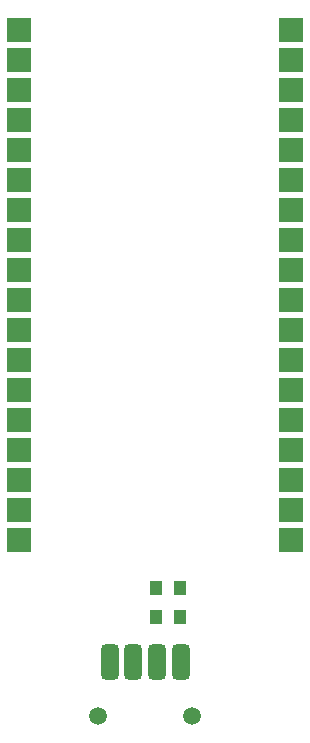
<source format=gbr>
%TF.GenerationSoftware,KiCad,Pcbnew,7.0.5*%
%TF.CreationDate,2023-06-16T14:54:11+02:00*%
%TF.ProjectId,carte_interface_connecteur_grove_pour_capteur,63617274-655f-4696-9e74-657266616365,rev?*%
%TF.SameCoordinates,Original*%
%TF.FileFunction,Soldermask,Bot*%
%TF.FilePolarity,Negative*%
%FSLAX46Y46*%
G04 Gerber Fmt 4.6, Leading zero omitted, Abs format (unit mm)*
G04 Created by KiCad (PCBNEW 7.0.5) date 2023-06-16 14:54:11*
%MOMM*%
%LPD*%
G01*
G04 APERTURE LIST*
G04 Aperture macros list*
%AMRoundRect*
0 Rectangle with rounded corners*
0 $1 Rounding radius*
0 $2 $3 $4 $5 $6 $7 $8 $9 X,Y pos of 4 corners*
0 Add a 4 corners polygon primitive as box body*
4,1,4,$2,$3,$4,$5,$6,$7,$8,$9,$2,$3,0*
0 Add four circle primitives for the rounded corners*
1,1,$1+$1,$2,$3*
1,1,$1+$1,$4,$5*
1,1,$1+$1,$6,$7*
1,1,$1+$1,$8,$9*
0 Add four rect primitives between the rounded corners*
20,1,$1+$1,$2,$3,$4,$5,0*
20,1,$1+$1,$4,$5,$6,$7,0*
20,1,$1+$1,$6,$7,$8,$9,0*
20,1,$1+$1,$8,$9,$2,$3,0*%
G04 Aperture macros list end*
%ADD10R,2.000000X2.000000*%
%ADD11RoundRect,0.375000X0.375000X1.125000X-0.375000X1.125000X-0.375000X-1.125000X0.375000X-1.125000X0*%
%ADD12C,1.500000*%
%ADD13R,1.000000X1.250000*%
G04 APERTURE END LIST*
D10*
%TO.C,Ue1*%
X111162000Y-174948000D03*
X111162000Y-177488000D03*
X111162000Y-180028000D03*
X111162000Y-182568000D03*
X111162000Y-185108000D03*
X111162000Y-187648000D03*
X111162000Y-190188000D03*
X111162000Y-192728000D03*
X111162000Y-195268000D03*
X111162000Y-197808000D03*
X111162000Y-200348000D03*
X111162000Y-202888000D03*
X111162000Y-205428000D03*
X111162000Y-207968000D03*
X111162000Y-210508000D03*
X111162000Y-213048000D03*
X111162000Y-215588000D03*
X111162000Y-218128000D03*
X134192000Y-218128000D03*
X134192000Y-215588000D03*
X134192000Y-213048000D03*
X134192000Y-210508000D03*
X134192000Y-207968000D03*
X134192000Y-205428000D03*
X134192000Y-202888000D03*
X134192000Y-200348000D03*
X134192000Y-197808000D03*
X134192000Y-195268000D03*
X134192000Y-192728000D03*
X134192000Y-190188000D03*
X134192000Y-187648000D03*
X134192000Y-185108000D03*
X134192000Y-182568000D03*
X134192000Y-180028000D03*
X134192000Y-177488000D03*
X134192000Y-174948000D03*
%TD*%
D11*
%TO.C,J1*%
X124832000Y-228504000D03*
X122832000Y-228504000D03*
X120832000Y-228504000D03*
X118832000Y-228504000D03*
D12*
X125832000Y-233104000D03*
X117832000Y-233104000D03*
%TD*%
D13*
%TO.C,C2*%
X124748000Y-224704000D03*
X122748000Y-224704000D03*
%TD*%
%TO.C,C1*%
X124748000Y-222204000D03*
X122748000Y-222204000D03*
%TD*%
M02*

</source>
